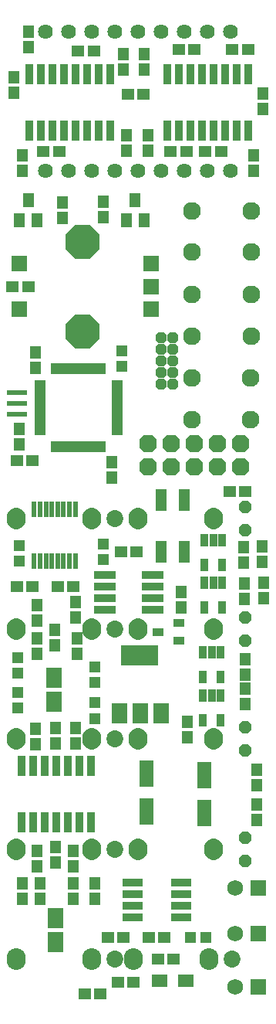
<source format=gts>
G04 DipTrace 3.1.0.0*
G04 working.GTS*
%MOIN*%
G04 #@! TF.FileFunction,Soldermask,Top*
G04 #@! TF.Part,Single*
%AMOUTLINE1*
4,1,4,
-0.031559,0.055181,
-0.031559,-0.055181,
0.031559,-0.055181,
0.031559,0.055181,
-0.031559,0.055181,
0*%
%AMOUTLINE4*
4,1,4,
0.023685,-0.025654,
-0.023685,-0.025654,
-0.023685,0.025654,
0.023685,0.025654,
0.023685,-0.025654,
0*%
%AMOUTLINE7*
4,1,4,
0.033528,-0.04337,
0.033528,0.04337,
-0.033528,0.04337,
-0.033528,-0.04337,
0.033528,-0.04337,
0*%
%AMOUTLINE10*
4,1,4,
0.025654,0.023685,
0.025654,-0.023685,
-0.025654,-0.023685,
-0.025654,0.023685,
0.025654,0.023685,
0*%
%AMOUTLINE13*
4,1,4,
-0.023685,0.025654,
0.023685,0.025654,
0.023685,-0.025654,
-0.023685,-0.025654,
-0.023685,0.025654,
0*%
%AMOUTLINE16*
4,1,4,
0.033528,0.027622,
-0.033528,0.027622,
-0.033528,-0.027622,
0.033528,-0.027622,
0.033528,0.027622,
0*%
%AMOUTLINE19*
4,1,4,
0.0335,0.0435,
-0.0335,0.0435,
-0.0335,-0.0435,
0.0335,-0.0435,
0.0335,0.0435,
0*%
%AMOUTLINE22*
4,1,4,
0.079,0.0435,
-0.079,0.0435,
-0.079,-0.0435,
0.079,-0.0435,
0.079,0.0435,
0*%
%AMOUTLINE25*
4,1,4,
0.017,0.044,
-0.017,0.044,
-0.017,-0.044,
0.017,-0.044,
0.017,0.044,
0*%
%AMOUTLINE28*
4,1,4,
-0.011,0.032,
-0.011,-0.032,
0.011,-0.032,
0.011,0.032,
-0.011,0.032,
0*%
%AMOUTLINE31*
4,1,4,
-0.047307,0.015811,
-0.047307,-0.015811,
0.047307,-0.015811,
0.047307,0.015811,
-0.047307,0.015811,
0*%
%AMOUTLINE34*
4,1,4,
-0.017,-0.044,
0.017,-0.044,
0.017,0.044,
-0.017,0.044,
-0.017,-0.044,
0*%
%AMOUTLINE37*
4,1,4,
0.015811,-0.025654,
-0.015811,-0.025654,
-0.015811,0.025654,
0.015811,0.025654,
0.015811,-0.025654,
0*%
%AMOUTLINE40*
4,1,4,
-0.015811,0.025654,
0.015811,0.025654,
0.015811,-0.025654,
-0.015811,-0.025654,
-0.015811,0.025654,
0*%
%AMOUTLINE43*
4,1,16,
0.0415,0.005451,
0.037483,0.023051,
0.025939,0.037527,
0.009258,0.04556,
-0.009258,0.04556,
-0.025939,0.037527,
-0.037483,0.023051,
-0.0415,0.005451,
-0.0415,-0.005451,
-0.037483,-0.023051,
-0.025939,-0.037527,
-0.009258,-0.04556,
0.009258,-0.04556,
0.025939,-0.037527,
0.037483,-0.023051,
0.0415,-0.005451,
0.0415,0.005451,
0*%
%AMOUTLINE46*5,1,8,0,0,0.082659,-202.499269*%
%AMOUTLINE49*5,1,8,0,0,0.052659,67.500896*%
%AMOUTLINE52*5,1,8,0,0,0.06066,-67.499462*%
%AMOUTLINE55*
4,1,4,
-0.04337,-0.015811,
-0.04337,0.015811,
0.04337,0.015811,
0.04337,-0.015811,
-0.04337,-0.015811,
0*%
%AMOUTLINE58*
4,1,4,
0.023685,0.031559,
-0.023685,0.031559,
-0.023685,-0.031559,
0.023685,-0.031559,
0.023685,0.031559,
0*%
%AMOUTLINE61*
4,1,4,
-0.025654,-0.023685,
-0.025654,0.023685,
0.025654,0.023685,
0.025654,-0.023685,
-0.025654,-0.023685,
0*%
%AMOUTLINE64*5,1,8,0,0,0.158896,-67.499874*%
%AMOUTLINE67*
4,1,4,
0.023685,-0.009,
0.023685,0.009,
-0.023685,0.009,
-0.023685,-0.009,
0.023685,-0.009,
0*%
%AMOUTLINE70*
4,1,4,
0.009,-0.023685,
0.009,0.023685,
-0.009,0.023685,
-0.009,-0.023685,
0.009,-0.023685,
0*%
%ADD51R,0.08674X0.023748*%
%ADD53C,0.077*%
%ADD55R,0.06737X0.06737*%
%ADD57R,0.051307X0.04737*%
%ADD59C,0.068*%
%ADD60R,0.068X0.068*%
%ADD62O,0.083X0.093*%
%ADD64C,0.073*%
%ADD66R,0.049339X0.033591*%
%ADD68C,0.064*%
%ADD70R,0.04737X0.094614*%
%ADD72R,0.04737X0.051307*%
%ADD76OUTLINE1*%
%ADD79OUTLINE4*%
%ADD82OUTLINE7*%
%ADD85OUTLINE10*%
%ADD88OUTLINE13*%
%ADD91OUTLINE16*%
%ADD94OUTLINE19*%
%ADD97OUTLINE22*%
%ADD100OUTLINE25*%
%ADD103OUTLINE28*%
%ADD106OUTLINE31*%
%ADD109OUTLINE34*%
%ADD112OUTLINE37*%
%ADD115OUTLINE40*%
%ADD118OUTLINE43*%
%ADD121OUTLINE46*%
%ADD124OUTLINE49*%
%ADD127OUTLINE52*%
%ADD130OUTLINE55*%
%ADD133OUTLINE58*%
%ADD136OUTLINE61*%
%ADD139OUTLINE64*%
%ADD142OUTLINE67*%
%ADD145OUTLINE70*%
%FSLAX26Y26*%
G04*
G70*
G90*
G75*
G01*
G04 TopMask*
%LPD*%
D76*
X1266500Y1387751D3*
Y1226333D3*
D79*
X1520535Y4327465D3*
Y4260535D3*
D82*
X622751Y669000D3*
Y771362D3*
D76*
X1016500Y1394000D3*
Y1232583D3*
D85*
X437071Y3494000D3*
X504000D3*
D88*
X441500Y4331500D3*
Y4398429D3*
D79*
X535251Y3144000D3*
Y3210929D3*
D72*
X910251Y3150251D3*
Y3217180D3*
D85*
X522749Y2744000D3*
X455820D3*
D82*
X616500Y1706500D3*
Y1808862D3*
D88*
X866500Y2737749D3*
Y2670820D3*
D79*
X710249Y1592180D3*
Y1525251D3*
D72*
X466500Y2379680D3*
Y2312751D3*
D79*
X697749Y994000D3*
Y1060929D3*
D85*
X520929Y2200249D3*
X454000D3*
D72*
X829000Y2319000D3*
Y2385929D3*
D79*
X622751Y1525251D3*
Y1592180D3*
Y1012751D3*
Y1079680D3*
D88*
X535251Y1520820D3*
Y1587749D3*
X541500Y995820D3*
Y1062749D3*
X1166500Y2112751D3*
Y2179680D3*
D85*
X1066500Y594000D3*
X1133429D3*
X972749Y2350249D3*
X905820D3*
D79*
X1443715Y1823035D3*
Y1889965D3*
D88*
X1435249Y2306500D3*
Y2373429D3*
D91*
X1185249Y500249D3*
X1071076D3*
D70*
X1079000Y2350251D3*
X1179000D3*
Y2575054D3*
X1079000D3*
D68*
X1379000Y3994000D3*
X1279000D3*
X1179000D3*
X1079000D3*
X979000D3*
X879000D3*
X779000D3*
X679000D3*
X579000D3*
Y4594000D3*
X679000D3*
X779000D3*
X879000D3*
X979000D3*
X1079000D3*
X1179000D3*
X1279000D3*
X1379000D3*
D94*
X897749Y1656500D3*
X987749D3*
X1077749D3*
D97*
X986749Y1904500D3*
D100*
X510251Y4169000D3*
X560251D3*
X610251D3*
X660251D3*
X710251D3*
X760251D3*
X810251D3*
X860251D3*
Y4411000D3*
X810251D3*
X760251D3*
X710251D3*
X660251D3*
X610251D3*
X560251D3*
X510251D3*
X1104000Y4169000D3*
X1154000D3*
X1204000D3*
X1254000D3*
X1304000D3*
X1354000D3*
X1404000D3*
X1454000D3*
Y4411000D3*
X1404000D3*
X1354000D3*
X1304000D3*
X1254000D3*
X1204000D3*
X1154000D3*
X1104000D3*
D103*
X529000Y2312751D3*
X555000D3*
X581000D3*
X606000D3*
X632000D3*
X657000D3*
X683000D3*
X709000D3*
Y2536751D3*
X683000D3*
X657000D3*
X632000D3*
X606000D3*
X581000D3*
X555000D3*
X529000D3*
D106*
X1041500Y2100249D3*
Y2150249D3*
Y2200249D3*
Y2250249D3*
X836776D3*
Y2200249D3*
Y2150249D3*
Y2100249D3*
D109*
X775000Y1427500D3*
X725000D3*
X675000D3*
X625000D3*
X575000D3*
X525000D3*
X475000D3*
Y1185500D3*
X525000D3*
X575000D3*
X625000D3*
X675000D3*
X725000D3*
X775000D3*
D112*
X1335249Y1919000D3*
X1297848D3*
X1260446D3*
Y1812701D3*
X1335249D3*
D115*
Y1731500D3*
X1297848D3*
X1260446D3*
Y1625201D3*
X1335249D3*
D66*
X1155969Y1969000D3*
Y2043803D3*
X1065417Y2006402D3*
D112*
X1341500Y2219000D3*
X1304098D3*
X1266697D3*
Y2112701D3*
X1341500D3*
D115*
Y2400251D3*
X1304098D3*
X1266697D3*
Y2293951D3*
X1341500D3*
D118*
X778500Y2494000D3*
X453500D3*
D64*
X878500D3*
D118*
X979499D3*
X1304499D3*
D64*
X879499D3*
D118*
X778500Y2019000D3*
X453500D3*
D64*
X878500D3*
D118*
X979499D3*
X1304499D3*
D64*
X879499D3*
D118*
X778500Y1544000D3*
X453500D3*
D64*
X878500D3*
D118*
X979499D3*
X1304499D3*
D64*
X879499D3*
D118*
X778500Y1069000D3*
X453500D3*
D64*
X878500D3*
D118*
X979499D3*
X1304499D3*
D64*
X879499D3*
D62*
X1284749Y594000D3*
X959749D3*
D64*
X1384749D3*
D62*
X778500D3*
X453500D3*
D64*
X878500D3*
D60*
X1497751Y475249D3*
D59*
X1397751D3*
D60*
X1497751Y706500D3*
D59*
X1397751D3*
D60*
X1497751Y900249D3*
D59*
X1397751D3*
D121*
X1422748Y2819000D3*
Y2719000D3*
X1322748Y2819000D3*
Y2719000D3*
X1222748Y2819000D3*
Y2719000D3*
X1122748Y2819000D3*
Y2719000D3*
X1022748Y2819000D3*
Y2719000D3*
D124*
X1129000Y3075249D3*
X1079001D3*
X1129000Y3125249D3*
X1079001D3*
X1129000Y3175249D3*
X1079001D3*
X1129000Y3225249D3*
X1079001D3*
X1129000Y3275249D3*
X1079001D3*
D127*
X1441500Y2544000D3*
Y2444000D3*
Y2069000D3*
Y1969000D3*
Y1594000D3*
Y1494000D3*
Y1119000D3*
Y1019000D3*
D130*
X1166500Y775249D3*
Y825249D3*
Y875249D3*
Y925249D3*
X953902D3*
Y875249D3*
Y825249D3*
Y775249D3*
D133*
X466697Y3782386D3*
X504098Y3869000D3*
X541500Y3782386D3*
X929197D3*
X966598Y3869000D3*
X1004000Y3782386D3*
D79*
X651785Y3858715D3*
Y3791786D3*
D88*
X504000Y4527071D3*
Y4594000D3*
D85*
X720535Y4510535D3*
X787465D3*
D88*
X916500Y4431500D3*
Y4498429D3*
X1004000Y4431500D3*
Y4498429D3*
D85*
X935251Y4325249D3*
X1002180D3*
X1154000Y4519000D3*
X1220929D3*
X1454000D3*
X1387071D3*
D79*
X829000Y3794000D3*
Y3860929D3*
X479000Y4060929D3*
Y3994000D3*
D136*
X570535Y4077465D3*
X637465D3*
D79*
X929000Y4148429D3*
Y4081500D3*
X1022749Y4148429D3*
Y4081500D3*
D136*
X1187465Y4077465D3*
X1120535D3*
X1270535D3*
X1337465D3*
D79*
X1479000Y4060929D3*
Y3994000D3*
D88*
X466500Y2881500D3*
Y2814571D3*
D79*
X541500Y1912751D3*
Y1979680D3*
Y2056500D3*
Y2123429D3*
X710249Y2069000D3*
Y2135929D3*
X716500Y1912751D3*
Y1979680D3*
D88*
X620535Y1948035D3*
Y2014965D3*
D136*
X697749Y2200249D3*
X630820D3*
D72*
X791500Y1700249D3*
Y1633320D3*
D79*
Y856500D3*
Y923429D3*
D72*
Y1789570D3*
Y1856499D3*
D79*
X697749Y856500D3*
Y923429D3*
D72*
X460249Y1827071D3*
Y1894000D3*
D79*
X554000Y856500D3*
Y923429D3*
D72*
X460249Y1677071D3*
Y1744000D3*
D79*
X479000Y856500D3*
Y923429D3*
D88*
X1491500Y1344000D3*
Y1410929D3*
D136*
X1376785Y2610535D3*
X1443714D3*
D79*
X1191500Y1550251D3*
Y1617180D3*
D85*
X960249Y494000D3*
X893320D3*
D79*
X1522749Y2219000D3*
Y2152071D3*
D85*
X1091500Y687751D3*
X1024571D3*
D88*
X1437465Y2148035D3*
Y2214965D3*
D136*
X847751Y687751D3*
X914680D3*
X747751Y444000D3*
X814680D3*
D79*
X1441500Y1762749D3*
Y1695820D3*
D88*
X1491500Y1262749D3*
Y1195820D3*
D79*
X1516500Y2375249D3*
Y2308320D3*
D57*
X1204000Y687751D3*
X1270929D3*
D55*
X1035249Y3594000D3*
Y3397150D3*
Y3495575D3*
X464383Y3594000D3*
Y3397150D3*
D139*
X739974Y3688488D3*
Y3302661D3*
D53*
X1466500Y3100249D3*
Y2923084D3*
X1210594D3*
X1210547Y3100667D3*
X1468370Y3460535D3*
Y3283370D3*
X1212465D3*
X1212417Y3460953D3*
X1212465Y3645870D3*
Y3823035D3*
X1468370D3*
X1468417Y3645453D3*
D51*
X454001Y2943999D3*
Y2991505D3*
Y3039012D3*
D142*
X554000Y3081500D3*
Y3061815D3*
Y3042130D3*
Y3022445D3*
Y3002760D3*
Y2983075D3*
Y2963390D3*
Y2943705D3*
Y2924020D3*
Y2904335D3*
Y2884650D3*
Y2864965D3*
D145*
X613055Y2805909D3*
X632740D3*
X652425D3*
X672110D3*
X691795D3*
X711480D3*
X731165D3*
X750850D3*
X770535D3*
X790220D3*
X809906D3*
X829591D3*
D142*
X888646Y2864965D3*
Y2884650D3*
Y2904335D3*
Y2924020D3*
Y2943705D3*
Y2963390D3*
Y2983075D3*
Y3002760D3*
Y3022445D3*
Y3042130D3*
Y3061815D3*
Y3081500D3*
D145*
X829591Y3140555D3*
X809906D3*
X790220D3*
X770535D3*
X750850D3*
X731165D3*
X711480D3*
X691795D3*
X672110D3*
X652425D3*
X632740D3*
X613055D3*
M02*

</source>
